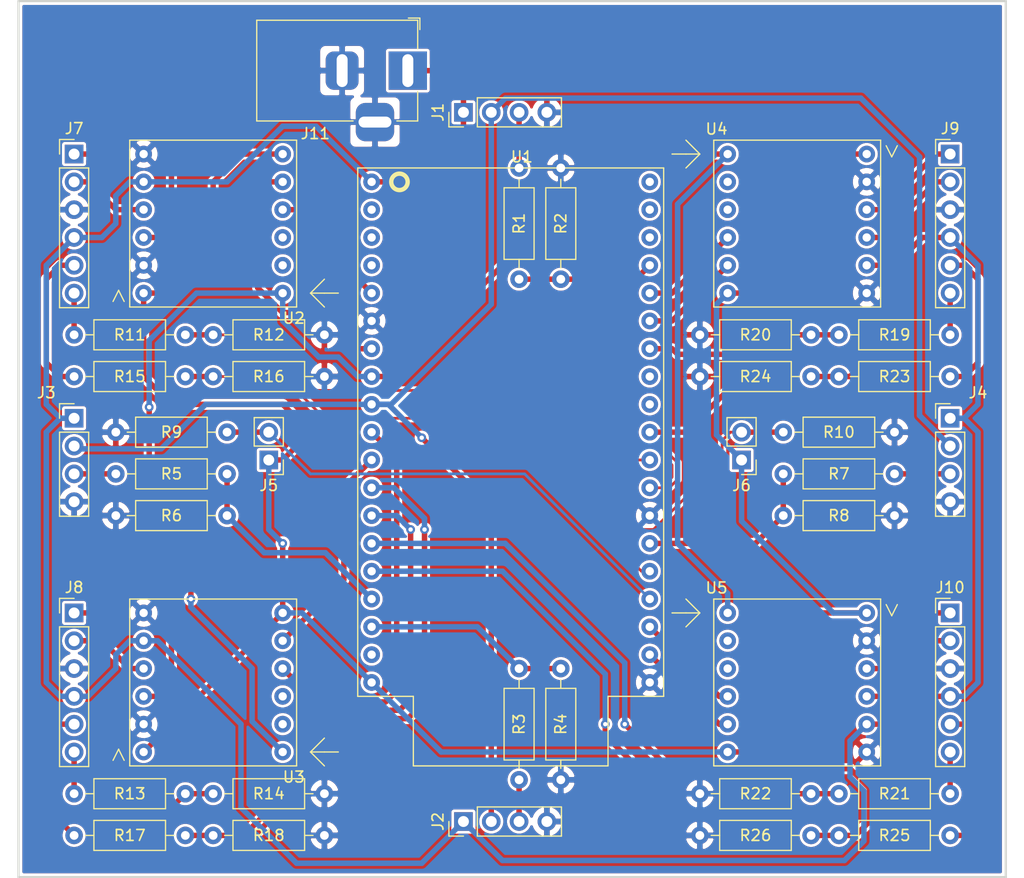
<source format=kicad_pcb>
(kicad_pcb (version 20171130) (host pcbnew "(5.1.9)-1")
  (layers (0 F.Cu signal) (31 B.Cu signal) (34 B.Paste user) (35 F.Paste user) (36 B.SilkS user) (37 F.SilkS user) (38 B.Mask user) (39 F.Mask user) (44 Edge.Cuts user))
  (net 0 "")
  (net 1 GND)
  (net 2 "Net-(J1-Pad3)")
  (net 3 TRIG_US)
  (net 4 +5V)
  (net 5 "Net-(J2-Pad3)")
  (net 6 "Net-(J3-Pad3)")
  (net 7 "Net-(J4-Pad3)")
  (net 8 +3V3)
  (net 9 Load_SW2)
  (net 10 Load_SW1)
  (net 11 "Net-(J7-Pad6)")
  (net 12 "Net-(J7-Pad5)")
  (net 13 MotorFLB)
  (net 14 MotorFLA)
  (net 15 "Net-(J8-Pad6)")
  (net 16 "Net-(J8-Pad5)")
  (net 17 MotorBLB)
  (net 18 MotorBLA)
  (net 19 MotorFRA)
  (net 20 MotorFRB)
  (net 21 "Net-(J9-Pad5)")
  (net 22 "Net-(J9-Pad6)")
  (net 23 MotorBRA)
  (net 24 MotorBRB)
  (net 25 "Net-(J10-Pad5)")
  (net 26 "Net-(J10-Pad6)")
  (net 27 Front_US)
  (net 28 Back_US)
  (net 29 Left_US)
  (net 30 Right_US)
  (net 31 Encoder_1_B)
  (net 32 Encoder_3_B)
  (net 33 Encoder_1_A)
  (net 34 Encoder_3_A)
  (net 35 Encoder_2_B)
  (net 36 Encoder_4_B)
  (net 37 Encoder_2_A)
  (net 38 Encoder_4_A)
  (net 39 "Net-(U1-Pad2)")
  (net 40 "Net-(U1-Pad3)")
  (net 41 "Net-(U1-Pad4)")
  (net 42 Motor_FL_PWM)
  (net 43 Motor_FL_DIR)
  (net 44 Motor_BR_PWM)
  (net 45 Motor_BR_DIR)
  (net 46 Motor_BL_PWM)
  (net 47 Motor_BL_DIR)
  (net 48 Motor_FR_PWM)
  (net 49 Motor_FR_DIR)
  (net 50 "Net-(U1-Pad18)")
  (net 51 "Net-(U1-Pad20)")
  (net 52 "Net-(U1-Pad21)")
  (net 53 "Net-(U1-Pad22)")
  (net 54 "Net-(U1-Pad27)")
  (net 55 "Net-(U1-Pad28)")
  (net 56 Motor_EN)
  (net 57 "Net-(U2-Pad3)")
  (net 58 "Net-(U2-Pad2)")
  (net 59 "Net-(U3-Pad2)")
  (net 60 "Net-(U3-Pad3)")
  (net 61 "Net-(U4-Pad3)")
  (net 62 "Net-(U4-Pad2)")
  (net 63 "Net-(U5-Pad2)")
  (net 64 "Net-(U5-Pad3)")
  (module ESP32-DEVKITC-32D:ESP32-DevKitC-V4-WROVER (layer F.Cu) (at 64.004 50.8)
    (fp_text reference U1 (at 14.99 -1.012) (layer F.SilkS))
    (fp_text value ESP32-DevKitc-V4-WROVER)
    (pad 38 thru_hole circle (at 26.67 46.99) (size 1.524 1.524) (drill 0.762) (layers *.Cu *.Mask) (net 1 GND))
    (pad 37 thru_hole circle (at 26.67 44.45) (size 1.524 1.524) (drill 0.762) (layers *.Cu *.Mask) (net 45 Motor_BR_DIR))
    (pad 36 thru_hole circle (at 26.67 41.91) (size 1.524 1.524) (drill 0.762) (layers *.Cu *.Mask) (net 44 Motor_BR_PWM))
    (pad 35 thru_hole circle (at 26.67 39.37) (size 1.524 1.524) (drill 0.762) (layers *.Cu *.Mask) (net 9 Load_SW2))
    (pad 34 thru_hole circle (at 26.67 36.83) (size 1.524 1.524) (drill 0.762) (layers *.Cu *.Mask) (net 10 Load_SW1))
    (pad 33 thru_hole circle (at 26.67 34.29) (size 1.524 1.524) (drill 0.762) (layers *.Cu *.Mask) (net 30 Right_US))
    (pad 32 thru_hole circle (at 26.67 31.75) (size 1.524 1.524) (drill 0.762) (layers *.Cu *.Mask) (net 1 GND))
    (pad 31 thru_hole circle (at 26.67 29.21) (size 1.524 1.524) (drill 0.762) (layers *.Cu *.Mask) (net 31 Encoder_1_B))
    (pad 30 thru_hole circle (at 26.67 26.67) (size 1.524 1.524) (drill 0.762) (layers *.Cu *.Mask) (net 33 Encoder_1_A))
    (pad 29 thru_hole circle (at 26.67 24.13) (size 1.524 1.524) (drill 0.762) (layers *.Cu *.Mask) (net 35 Encoder_2_B))
    (pad 28 thru_hole circle (at 26.67 21.59) (size 1.524 1.524) (drill 0.762) (layers *.Cu *.Mask) (net 55 "Net-(U1-Pad28)"))
    (pad 27 thru_hole circle (at 26.67 19.05) (size 1.524 1.524) (drill 0.762) (layers *.Cu *.Mask) (net 54 "Net-(U1-Pad27)"))
    (pad 26 thru_hole circle (at 26.67 16.51) (size 1.524 1.524) (drill 0.762) (layers *.Cu *.Mask) (net 37 Encoder_2_A))
    (pad 25 thru_hole circle (at 26.67 13.97) (size 1.524 1.524) (drill 0.762) (layers *.Cu *.Mask) (net 49 Motor_FR_DIR))
    (pad 24 thru_hole circle (at 26.67 11.43) (size 1.524 1.524) (drill 0.762) (layers *.Cu *.Mask) (net 48 Motor_FR_PWM))
    (pad 23 thru_hole circle (at 26.67 8.89) (size 1.524 1.524) (drill 0.762) (layers *.Cu *.Mask) (net 27 Front_US))
    (pad 22 thru_hole circle (at 26.67 6.35) (size 1.524 1.524) (drill 0.762) (layers *.Cu *.Mask) (net 53 "Net-(U1-Pad22)"))
    (pad 21 thru_hole circle (at 26.67 3.81) (size 1.524 1.524) (drill 0.762) (layers *.Cu *.Mask) (net 52 "Net-(U1-Pad21)"))
    (pad 20 thru_hole circle (at 26.67 1.27) (size 1.524 1.524) (drill 0.762) (layers *.Cu *.Mask) (net 51 "Net-(U1-Pad20)"))
    (pad 19 thru_hole circle (at 1.27 46.99) (size 1.524 1.524) (drill 0.762) (layers *.Cu *.Mask) (net 8 +3V3))
    (pad 18 thru_hole circle (at 1.27 44.45) (size 1.524 1.524) (drill 0.762) (layers *.Cu *.Mask) (net 50 "Net-(U1-Pad18)"))
    (pad 17 thru_hole circle (at 1.27 41.91) (size 1.524 1.524) (drill 0.762) (layers *.Cu *.Mask) (net 28 Back_US))
    (pad 16 thru_hole circle (at 1.27 39.37) (size 1.524 1.524) (drill 0.762) (layers *.Cu *.Mask) (net 29 Left_US))
    (pad 15 thru_hole circle (at 1.27 36.83) (size 1.524 1.524) (drill 0.762) (layers *.Cu *.Mask) (net 36 Encoder_4_B))
    (pad 14 thru_hole circle (at 1.27 34.29) (size 1.524 1.524) (drill 0.762) (layers *.Cu *.Mask) (net 38 Encoder_4_A))
    (pad 13 thru_hole circle (at 1.27 31.75) (size 1.524 1.524) (drill 0.762) (layers *.Cu *.Mask) (net 34 Encoder_3_A))
    (pad 12 thru_hole circle (at 1.27 29.21) (size 1.524 1.524) (drill 0.762) (layers *.Cu *.Mask) (net 32 Encoder_3_B))
    (pad 11 thru_hole circle (at 1.27 26.67) (size 1.524 1.524) (drill 0.762) (layers *.Cu *.Mask) (net 47 Motor_BL_DIR))
    (pad 10 thru_hole circle (at 1.27 24.13) (size 1.524 1.524) (drill 0.762) (layers *.Cu *.Mask) (net 46 Motor_BL_PWM))
    (pad 9 thru_hole circle (at 1.27 21.59) (size 1.524 1.524) (drill 0.762) (layers *.Cu *.Mask) (net 3 TRIG_US))
    (pad 8 thru_hole circle (at 1.27 19.05) (size 1.524 1.524) (drill 0.762) (layers *.Cu *.Mask) (net 56 Motor_EN))
    (pad 7 thru_hole circle (at 1.27 16.51) (size 1.524 1.524) (drill 0.762) (layers *.Cu *.Mask) (net 43 Motor_FL_DIR))
    (pad 6 thru_hole circle (at 1.27 13.97) (size 1.524 1.524) (drill 0.762) (layers *.Cu *.Mask) (net 1 GND))
    (pad 5 thru_hole circle (at 1.27 11.43) (size 1.524 1.524) (drill 0.762) (layers *.Cu *.Mask) (net 42 Motor_FL_PWM))
    (pad 4 thru_hole circle (at 1.27 8.89) (size 1.524 1.524) (drill 0.762) (layers *.Cu *.Mask) (net 41 "Net-(U1-Pad4)"))
    (pad 3 thru_hole circle (at 1.27 6.35) (size 1.524 1.524) (drill 0.762) (layers *.Cu *.Mask) (net 40 "Net-(U1-Pad3)"))
    (pad 2 thru_hole circle (at 1.27 3.81) (size 1.524 1.524) (drill 0.762) (layers *.Cu *.Mask) (net 39 "Net-(U1-Pad2)"))
    (pad 1 thru_hole circle (at 1.27 1.27) (size 1.524 1.524) (drill 0.762) (layers *.Cu *.Mask) (net 4 +5V))
  )
  (module Connector_BarrelJack:BarrelJack_Horizontal (layer F.Cu) (at 68.58 41.91)
    (fp_text reference J11 (at -8.45 5.75) (layer F.SilkS))
    (fp_text value Conn_01x03)
    (pad 3 thru_hole roundrect (at -3 4.7) (size 3.5 3.5) (drill oval 3 1) (layers *.Cu *.Mask) (net 1 GND))
    (pad 2 thru_hole roundrect (at -6 0) (size 3 3.5) (drill oval 1 3) (layers *.Cu *.Mask) (net 1 GND))
    (pad 1 thru_hole rect (at 0 0) (size 3.5 3.5) (drill oval 1 3) (layers *.Cu *.Mask) (net 4 +5V))
  )
  (module Connector_PinHeader_2.54mm:PinHeader_1x04_P2.54mm_Vertical (layer F.Cu) (at 73.66 45.72 90)
    (fp_text reference J1 (at 0 -2.33 90) (layer F.SilkS))
    (fp_text value Front_Sens)
    (pad 4 thru_hole oval (at 0 7.62 90) (size 1.7 1.7) (drill 1) (layers *.Cu *.Mask) (net 1 GND))
    (pad 3 thru_hole oval (at 0 5.08 90) (size 1.7 1.7) (drill 1) (layers *.Cu *.Mask) (net 2 "Net-(J1-Pad3)"))
    (pad 2 thru_hole oval (at 0 2.54 90) (size 1.7 1.7) (drill 1) (layers *.Cu *.Mask) (net 3 TRIG_US))
    (pad 1 thru_hole rect (at 0 0 90) (size 1.7 1.7) (drill 1) (layers *.Cu *.Mask) (net 4 +5V))
  )
  (module Connector_PinHeader_2.54mm:PinHeader_1x04_P2.54mm_Vertical (layer F.Cu) (at 73.66 110.49 90)
    (fp_text reference J2 (at 0 -2.33 90) (layer F.SilkS))
    (fp_text value Back_Sens)
    (pad 1 thru_hole rect (at 0 0 90) (size 1.7 1.7) (drill 1) (layers *.Cu *.Mask) (net 4 +5V))
    (pad 2 thru_hole oval (at 0 2.54 90) (size 1.7 1.7) (drill 1) (layers *.Cu *.Mask) (net 3 TRIG_US))
    (pad 3 thru_hole oval (at 0 5.08 90) (size 1.7 1.7) (drill 1) (layers *.Cu *.Mask) (net 5 "Net-(J2-Pad3)"))
    (pad 4 thru_hole oval (at 0 7.62 90) (size 1.7 1.7) (drill 1) (layers *.Cu *.Mask) (net 1 GND))
  )
  (module Connector_PinHeader_2.54mm:PinHeader_1x04_P2.54mm_Vertical (layer F.Cu) (at 38.1 73.66)
    (fp_text reference J3 (at -2.54 -2.33) (layer F.SilkS))
    (fp_text value Left_Sens)
    (pad 1 thru_hole rect (at 0 0) (size 1.7 1.7) (drill 1) (layers *.Cu *.Mask) (net 4 +5V))
    (pad 2 thru_hole oval (at 0 2.54) (size 1.7 1.7) (drill 1) (layers *.Cu *.Mask) (net 3 TRIG_US))
    (pad 3 thru_hole oval (at 0 5.08) (size 1.7 1.7) (drill 1) (layers *.Cu *.Mask) (net 6 "Net-(J3-Pad3)"))
    (pad 4 thru_hole oval (at 0 7.62) (size 1.7 1.7) (drill 1) (layers *.Cu *.Mask) (net 1 GND))
  )
  (module Connector_PinHeader_2.54mm:PinHeader_1x04_P2.54mm_Vertical (layer F.Cu) (at 118.11 73.66)
    (fp_text reference J4 (at 2.54 -2.33) (layer F.SilkS))
    (fp_text value Right_sens)
    (pad 4 thru_hole oval (at 0 7.62) (size 1.7 1.7) (drill 1) (layers *.Cu *.Mask) (net 1 GND))
    (pad 3 thru_hole oval (at 0 5.08) (size 1.7 1.7) (drill 1) (layers *.Cu *.Mask) (net 7 "Net-(J4-Pad3)"))
    (pad 2 thru_hole oval (at 0 2.54) (size 1.7 1.7) (drill 1) (layers *.Cu *.Mask) (net 3 TRIG_US))
    (pad 1 thru_hole rect (at 0 0) (size 1.7 1.7) (drill 1) (layers *.Cu *.Mask) (net 4 +5V))
  )
  (module Connector_PinHeader_2.54mm:PinHeader_1x02_P2.54mm_Vertical (layer F.Cu) (at 55.88 77.47 180)
    (fp_text reference J5 (at 0 -2.33) (layer F.SilkS))
    (fp_text value Conn_01x02_Male)
    (pad 1 thru_hole rect (at 0 0 180) (size 1.7 1.7) (drill 1) (layers *.Cu *.Mask) (net 8 +3V3))
    (pad 2 thru_hole oval (at 0 2.54 180) (size 1.7 1.7) (drill 1) (layers *.Cu *.Mask) (net 9 Load_SW2))
  )
  (module Connector_PinHeader_2.54mm:PinHeader_1x02_P2.54mm_Vertical (layer F.Cu) (at 99.06 77.47 180)
    (fp_text reference J6 (at 0 -2.33) (layer F.SilkS))
    (fp_text value Conn_01x02_Male)
    (pad 2 thru_hole oval (at 0 2.54 180) (size 1.7 1.7) (drill 1) (layers *.Cu *.Mask) (net 10 Load_SW1))
    (pad 1 thru_hole rect (at 0 0 180) (size 1.7 1.7) (drill 1) (layers *.Cu *.Mask) (net 8 +3V3))
  )
  (module Connector_PinHeader_2.54mm:PinHeader_1x06_P2.54mm_Vertical (layer F.Cu) (at 38.1 49.53)
    (fp_text reference J7 (at 0 -2.33) (layer F.SilkS))
    (fp_text value Conn_01x06_Male)
    (pad 6 thru_hole oval (at 0 12.7) (size 1.7 1.7) (drill 1) (layers *.Cu *.Mask) (net 11 "Net-(J7-Pad6)"))
    (pad 5 thru_hole oval (at 0 10.16) (size 1.7 1.7) (drill 1) (layers *.Cu *.Mask) (net 12 "Net-(J7-Pad5)"))
    (pad 4 thru_hole oval (at 0 7.62) (size 1.7 1.7) (drill 1) (layers *.Cu *.Mask) (net 4 +5V))
    (pad 3 thru_hole oval (at 0 5.08) (size 1.7 1.7) (drill 1) (layers *.Cu *.Mask) (net 1 GND))
    (pad 2 thru_hole oval (at 0 2.54) (size 1.7 1.7) (drill 1) (layers *.Cu *.Mask) (net 13 MotorFLB))
    (pad 1 thru_hole rect (at 0 0) (size 1.7 1.7) (drill 1) (layers *.Cu *.Mask) (net 14 MotorFLA))
  )
  (module Connector_PinHeader_2.54mm:PinHeader_1x06_P2.54mm_Vertical (layer F.Cu) (at 38.1 91.44)
    (fp_text reference J8 (at 0 -2.33) (layer F.SilkS))
    (fp_text value Conn_01x06_Male)
    (pad 6 thru_hole oval (at 0 12.7) (size 1.7 1.7) (drill 1) (layers *.Cu *.Mask) (net 15 "Net-(J8-Pad6)"))
    (pad 5 thru_hole oval (at 0 10.16) (size 1.7 1.7) (drill 1) (layers *.Cu *.Mask) (net 16 "Net-(J8-Pad5)"))
    (pad 4 thru_hole oval (at 0 7.62) (size 1.7 1.7) (drill 1) (layers *.Cu *.Mask) (net 4 +5V))
    (pad 3 thru_hole oval (at 0 5.08) (size 1.7 1.7) (drill 1) (layers *.Cu *.Mask) (net 1 GND))
    (pad 2 thru_hole oval (at 0 2.54) (size 1.7 1.7) (drill 1) (layers *.Cu *.Mask) (net 17 MotorBLB))
    (pad 1 thru_hole rect (at 0 0) (size 1.7 1.7) (drill 1) (layers *.Cu *.Mask) (net 18 MotorBLA))
  )
  (module Connector_PinHeader_2.54mm:PinHeader_1x06_P2.54mm_Vertical (layer F.Cu) (at 118.11 49.53)
    (fp_text reference J9 (at 0 -2.33) (layer F.SilkS))
    (fp_text value Conn_01x06_Male)
    (pad 1 thru_hole rect (at 0 0) (size 1.7 1.7) (drill 1) (layers *.Cu *.Mask) (net 19 MotorFRA))
    (pad 2 thru_hole oval (at 0 2.54) (size 1.7 1.7) (drill 1) (layers *.Cu *.Mask) (net 20 MotorFRB))
    (pad 3 thru_hole oval (at 0 5.08) (size 1.7 1.7) (drill 1) (layers *.Cu *.Mask) (net 1 GND))
    (pad 4 thru_hole oval (at 0 7.62) (size 1.7 1.7) (drill 1) (layers *.Cu *.Mask) (net 4 +5V))
    (pad 5 thru_hole oval (at 0 10.16) (size 1.7 1.7) (drill 1) (layers *.Cu *.Mask) (net 21 "Net-(J9-Pad5)"))
    (pad 6 thru_hole oval (at 0 12.7) (size 1.7 1.7) (drill 1) (layers *.Cu *.Mask) (net 22 "Net-(J9-Pad6)"))
  )
  (module Connector_PinHeader_2.54mm:PinHeader_1x06_P2.54mm_Vertical (layer F.Cu) (at 118.11 91.44)
    (fp_text reference J10 (at 0 -2.33) (layer F.SilkS))
    (fp_text value Conn_01x06_Male)
    (pad 1 thru_hole rect (at 0 0) (size 1.7 1.7) (drill 1) (layers *.Cu *.Mask) (net 23 MotorBRA))
    (pad 2 thru_hole oval (at 0 2.54) (size 1.7 1.7) (drill 1) (layers *.Cu *.Mask) (net 24 MotorBRB))
    (pad 3 thru_hole oval (at 0 5.08) (size 1.7 1.7) (drill 1) (layers *.Cu *.Mask) (net 1 GND))
    (pad 4 thru_hole oval (at 0 7.62) (size 1.7 1.7) (drill 1) (layers *.Cu *.Mask) (net 4 +5V))
    (pad 5 thru_hole oval (at 0 10.16) (size 1.7 1.7) (drill 1) (layers *.Cu *.Mask) (net 25 "Net-(J10-Pad5)"))
    (pad 6 thru_hole oval (at 0 12.7) (size 1.7 1.7) (drill 1) (layers *.Cu *.Mask) (net 26 "Net-(J10-Pad6)"))
  )
  (module Resistor_THT:R_Axial_DIN0207_L6.3mm_D2.5mm_P10.16mm_Horizontal (layer F.Cu) (at 78.74 50.8 270)
    (fp_text reference R1 (at 5.08 0 90) (layer F.SilkS))
    (fp_text value 1K)
    (pad 1 thru_hole circle (at 0 0 270) (size 1.6 1.6) (drill 0.8) (layers *.Cu *.Mask) (net 2 "Net-(J1-Pad3)"))
    (pad 2 thru_hole oval (at 10.16 0 270) (size 1.6 1.6) (drill 0.8) (layers *.Cu *.Mask) (net 27 Front_US))
  )
  (module Resistor_THT:R_Axial_DIN0207_L6.3mm_D2.5mm_P10.16mm_Horizontal (layer F.Cu) (at 82.55 60.96 90)
    (fp_text reference R2 (at 5.08 0 90) (layer F.SilkS))
    (fp_text value 1K8)
    (pad 2 thru_hole oval (at 10.16 0 90) (size 1.6 1.6) (drill 0.8) (layers *.Cu *.Mask) (net 1 GND))
    (pad 1 thru_hole circle (at 0 0 90) (size 1.6 1.6) (drill 0.8) (layers *.Cu *.Mask) (net 27 Front_US))
  )
  (module Resistor_THT:R_Axial_DIN0207_L6.3mm_D2.5mm_P10.16mm_Horizontal (layer F.Cu) (at 78.74 106.68 90)
    (fp_text reference R3 (at 5.08 0 90) (layer F.SilkS))
    (fp_text value 1K)
    (pad 1 thru_hole circle (at 0 0 90) (size 1.6 1.6) (drill 0.8) (layers *.Cu *.Mask) (net 5 "Net-(J2-Pad3)"))
    (pad 2 thru_hole oval (at 10.16 0 90) (size 1.6 1.6) (drill 0.8) (layers *.Cu *.Mask) (net 28 Back_US))
  )
  (module Resistor_THT:R_Axial_DIN0207_L6.3mm_D2.5mm_P10.16mm_Horizontal (layer F.Cu) (at 82.55 96.52 270)
    (fp_text reference R4 (at 5.08 0 90) (layer F.SilkS))
    (fp_text value 1K8)
    (pad 2 thru_hole oval (at 10.16 0 270) (size 1.6 1.6) (drill 0.8) (layers *.Cu *.Mask) (net 1 GND))
    (pad 1 thru_hole circle (at 0 0 270) (size 1.6 1.6) (drill 0.8) (layers *.Cu *.Mask) (net 28 Back_US))
  )
  (module Resistor_THT:R_Axial_DIN0207_L6.3mm_D2.5mm_P10.16mm_Horizontal (layer F.Cu) (at 41.91 78.74)
    (fp_text reference R5 (at 5.08 0) (layer F.SilkS))
    (fp_text value 1K)
    (pad 1 thru_hole circle (at 0 0) (size 1.6 1.6) (drill 0.8) (layers *.Cu *.Mask) (net 6 "Net-(J3-Pad3)"))
    (pad 2 thru_hole oval (at 10.16 0) (size 1.6 1.6) (drill 0.8) (layers *.Cu *.Mask) (net 29 Left_US))
  )
  (module Resistor_THT:R_Axial_DIN0207_L6.3mm_D2.5mm_P10.16mm_Horizontal (layer F.Cu) (at 52.07 82.55 180)
    (fp_text reference R6 (at 5.08 0) (layer F.SilkS))
    (fp_text value 1K8)
    (pad 2 thru_hole oval (at 10.16 0 180) (size 1.6 1.6) (drill 0.8) (layers *.Cu *.Mask) (net 1 GND))
    (pad 1 thru_hole circle (at 0 0 180) (size 1.6 1.6) (drill 0.8) (layers *.Cu *.Mask) (net 29 Left_US))
  )
  (module Resistor_THT:R_Axial_DIN0207_L6.3mm_D2.5mm_P10.16mm_Horizontal (layer F.Cu) (at 113.03 78.74 180)
    (fp_text reference R7 (at 5.08 0) (layer F.SilkS))
    (fp_text value 1K)
    (pad 1 thru_hole circle (at 0 0 180) (size 1.6 1.6) (drill 0.8) (layers *.Cu *.Mask) (net 7 "Net-(J4-Pad3)"))
    (pad 2 thru_hole oval (at 10.16 0 180) (size 1.6 1.6) (drill 0.8) (layers *.Cu *.Mask) (net 30 Right_US))
  )
  (module Resistor_THT:R_Axial_DIN0207_L6.3mm_D2.5mm_P10.16mm_Horizontal (layer F.Cu) (at 102.87 82.55)
    (fp_text reference R8 (at 5.08 0) (layer F.SilkS))
    (fp_text value 1K8)
    (pad 2 thru_hole oval (at 10.16 0) (size 1.6 1.6) (drill 0.8) (layers *.Cu *.Mask) (net 1 GND))
    (pad 1 thru_hole circle (at 0 0) (size 1.6 1.6) (drill 0.8) (layers *.Cu *.Mask) (net 30 Right_US))
  )
  (module Resistor_THT:R_Axial_DIN0207_L6.3mm_D2.5mm_P10.16mm_Horizontal (layer F.Cu) (at 52.07 74.93 180)
    (fp_text reference R9 (at 5.08 0) (layer F.SilkS))
    (fp_text value 10K)
    (pad 1 thru_hole circle (at 0 0 180) (size 1.6 1.6) (drill 0.8) (layers *.Cu *.Mask) (net 9 Load_SW2))
    (pad 2 thru_hole oval (at 10.16 0 180) (size 1.6 1.6) (drill 0.8) (layers *.Cu *.Mask) (net 1 GND))
  )
  (module Resistor_THT:R_Axial_DIN0207_L6.3mm_D2.5mm_P10.16mm_Horizontal (layer F.Cu) (at 102.87 74.93)
    (fp_text reference R10 (at 5.08 0) (layer F.SilkS))
    (fp_text value 10K)
    (pad 2 thru_hole oval (at 10.16 0) (size 1.6 1.6) (drill 0.8) (layers *.Cu *.Mask) (net 1 GND))
    (pad 1 thru_hole circle (at 0 0) (size 1.6 1.6) (drill 0.8) (layers *.Cu *.Mask) (net 10 Load_SW1))
  )
  (module Resistor_THT:R_Axial_DIN0207_L6.3mm_D2.5mm_P10.16mm_Horizontal (layer F.Cu) (at 38.1 66.04)
    (fp_text reference R11 (at 5.08 0) (layer F.SilkS))
    (fp_text value 1K)
    (pad 2 thru_hole oval (at 10.16 0) (size 1.6 1.6) (drill 0.8) (layers *.Cu *.Mask) (net 31 Encoder_1_B))
    (pad 1 thru_hole circle (at 0 0) (size 1.6 1.6) (drill 0.8) (layers *.Cu *.Mask) (net 11 "Net-(J7-Pad6)"))
  )
  (module Resistor_THT:R_Axial_DIN0207_L6.3mm_D2.5mm_P10.16mm_Horizontal (layer F.Cu) (at 50.8 66.04)
    (fp_text reference R12 (at 5.08 0) (layer F.SilkS))
    (fp_text value 1K8)
    (pad 2 thru_hole oval (at 10.16 0) (size 1.6 1.6) (drill 0.8) (layers *.Cu *.Mask) (net 1 GND))
    (pad 1 thru_hole circle (at 0 0) (size 1.6 1.6) (drill 0.8) (layers *.Cu *.Mask) (net 31 Encoder_1_B))
  )
  (module Resistor_THT:R_Axial_DIN0207_L6.3mm_D2.5mm_P10.16mm_Horizontal (layer F.Cu) (at 38.1 107.95)
    (fp_text reference R13 (at 5.08 0) (layer F.SilkS))
    (fp_text value 1K)
    (pad 2 thru_hole oval (at 10.16 0) (size 1.6 1.6) (drill 0.8) (layers *.Cu *.Mask) (net 32 Encoder_3_B))
    (pad 1 thru_hole circle (at 0 0) (size 1.6 1.6) (drill 0.8) (layers *.Cu *.Mask) (net 15 "Net-(J8-Pad6)"))
  )
  (module Resistor_THT:R_Axial_DIN0207_L6.3mm_D2.5mm_P10.16mm_Horizontal (layer F.Cu) (at 50.8 107.95)
    (fp_text reference R14 (at 5.08 0) (layer F.SilkS))
    (fp_text value 1K8)
    (pad 2 thru_hole oval (at 10.16 0) (size 1.6 1.6) (drill 0.8) (layers *.Cu *.Mask) (net 1 GND))
    (pad 1 thru_hole circle (at 0 0) (size 1.6 1.6) (drill 0.8) (layers *.Cu *.Mask) (net 32 Encoder_3_B))
  )
  (module Resistor_THT:R_Axial_DIN0207_L6.3mm_D2.5mm_P10.16mm_Horizontal (layer F.Cu) (at 38.1 69.85)
    (fp_text reference R15 (at 5.08 0) (layer F.SilkS))
    (fp_text value 1K)
    (pad 1 thru_hole circle (at 0 0) (size 1.6 1.6) (drill 0.8) (layers *.Cu *.Mask) (net 12 "Net-(J7-Pad5)"))
    (pad 2 thru_hole oval (at 10.16 0) (size 1.6 1.6) (drill 0.8) (layers *.Cu *.Mask) (net 33 Encoder_1_A))
  )
  (module Resistor_THT:R_Axial_DIN0207_L6.3mm_D2.5mm_P10.16mm_Horizontal (layer F.Cu) (at 50.8 69.85)
    (fp_text reference R16 (at 5.08 0) (layer F.SilkS))
    (fp_text value 1K8)
    (pad 1 thru_hole circle (at 0 0) (size 1.6 1.6) (drill 0.8) (layers *.Cu *.Mask) (net 33 Encoder_1_A))
    (pad 2 thru_hole oval (at 10.16 0) (size 1.6 1.6) (drill 0.8) (layers *.Cu *.Mask) (net 1 GND))
  )
  (module Resistor_THT:R_Axial_DIN0207_L6.3mm_D2.5mm_P10.16mm_Horizontal (layer F.Cu) (at 38.1 111.76)
    (fp_text reference R17 (at 5.08 0) (layer F.SilkS))
    (fp_text value 1K)
    (pad 1 thru_hole circle (at 0 0) (size 1.6 1.6) (drill 0.8) (layers *.Cu *.Mask) (net 16 "Net-(J8-Pad5)"))
    (pad 2 thru_hole oval (at 10.16 0) (size 1.6 1.6) (drill 0.8) (layers *.Cu *.Mask) (net 34 Encoder_3_A))
  )
  (module Resistor_THT:R_Axial_DIN0207_L6.3mm_D2.5mm_P10.16mm_Horizontal (layer F.Cu) (at 50.8 111.76)
    (fp_text reference R18 (at 5.08 0) (layer F.SilkS))
    (fp_text value 1K8)
    (pad 1 thru_hole circle (at 0 0) (size 1.6 1.6) (drill 0.8) (layers *.Cu *.Mask) (net 34 Encoder_3_A))
    (pad 2 thru_hole oval (at 10.16 0) (size 1.6 1.6) (drill 0.8) (layers *.Cu *.Mask) (net 1 GND))
  )
  (module Resistor_THT:R_Axial_DIN0207_L6.3mm_D2.5mm_P10.16mm_Horizontal (layer F.Cu) (at 118.11 66.04 180)
    (fp_text reference R19 (at 5.08 0) (layer F.SilkS))
    (fp_text value 1K)
    (pad 2 thru_hole oval (at 10.16 0 180) (size 1.6 1.6) (drill 0.8) (layers *.Cu *.Mask) (net 35 Encoder_2_B))
    (pad 1 thru_hole circle (at 0 0 180) (size 1.6 1.6) (drill 0.8) (layers *.Cu *.Mask) (net 22 "Net-(J9-Pad6)"))
  )
  (module Resistor_THT:R_Axial_DIN0207_L6.3mm_D2.5mm_P10.16mm_Horizontal (layer F.Cu) (at 105.41 66.04 180)
    (fp_text reference R20 (at 5.08 0) (layer F.SilkS))
    (fp_text value 1K8)
    (pad 2 thru_hole oval (at 10.16 0 180) (size 1.6 1.6) (drill 0.8) (layers *.Cu *.Mask) (net 1 GND))
    (pad 1 thru_hole circle (at 0 0 180) (size 1.6 1.6) (drill 0.8) (layers *.Cu *.Mask) (net 35 Encoder_2_B))
  )
  (module Resistor_THT:R_Axial_DIN0207_L6.3mm_D2.5mm_P10.16mm_Horizontal (layer F.Cu) (at 118.11 107.95 180)
    (fp_text reference R21 (at 5.08 0) (layer F.SilkS))
    (fp_text value 1K)
    (pad 2 thru_hole oval (at 10.16 0 180) (size 1.6 1.6) (drill 0.8) (layers *.Cu *.Mask) (net 36 Encoder_4_B))
    (pad 1 thru_hole circle (at 0 0 180) (size 1.6 1.6) (drill 0.8) (layers *.Cu *.Mask) (net 26 "Net-(J10-Pad6)"))
  )
  (module Resistor_THT:R_Axial_DIN0207_L6.3mm_D2.5mm_P10.16mm_Horizontal (layer F.Cu) (at 105.41 107.95 180)
    (fp_text reference R22 (at 5.08 0) (layer F.SilkS))
    (fp_text value 1K8)
    (pad 2 thru_hole oval (at 10.16 0 180) (size 1.6 1.6) (drill 0.8) (layers *.Cu *.Mask) (net 1 GND))
    (pad 1 thru_hole circle (at 0 0 180) (size 1.6 1.6) (drill 0.8) (layers *.Cu *.Mask) (net 36 Encoder_4_B))
  )
  (module Resistor_THT:R_Axial_DIN0207_L6.3mm_D2.5mm_P10.16mm_Horizontal (layer F.Cu) (at 118.11 69.85 180)
    (fp_text reference R23 (at 5.08 0) (layer F.SilkS))
    (fp_text value 1K)
    (pad 1 thru_hole circle (at 0 0 180) (size 1.6 1.6) (drill 0.8) (layers *.Cu *.Mask) (net 21 "Net-(J9-Pad5)"))
    (pad 2 thru_hole oval (at 10.16 0 180) (size 1.6 1.6) (drill 0.8) (layers *.Cu *.Mask) (net 37 Encoder_2_A))
  )
  (module Resistor_THT:R_Axial_DIN0207_L6.3mm_D2.5mm_P10.16mm_Horizontal (layer F.Cu) (at 105.41 69.85 180)
    (fp_text reference R24 (at 5.08 0) (layer F.SilkS))
    (fp_text value 1K8)
    (pad 1 thru_hole circle (at 0 0 180) (size 1.6 1.6) (drill 0.8) (layers *.Cu *.Mask) (net 37 Encoder_2_A))
    (pad 2 thru_hole oval (at 10.16 0 180) (size 1.6 1.6) (drill 0.8) (layers *.Cu *.Mask) (net 1 GND))
  )
  (module Resistor_THT:R_Axial_DIN0207_L6.3mm_D2.5mm_P10.16mm_Horizontal (layer F.Cu) (at 118.11 111.76 180)
    (fp_text reference R25 (at 5.08 0) (layer F.SilkS))
    (fp_text value 1K)
    (pad 1 thru_hole circle (at 0 0 180) (size 1.6 1.6) (drill 0.8) (layers *.Cu *.Mask) (net 25 "Net-(J10-Pad5)"))
    (pad 2 thru_hole oval (at 10.16 0 180) (size 1.6 1.6) (drill 0.8) (layers *.Cu *.Mask) (net 38 Encoder_4_A))
  )
  (module Resistor_THT:R_Axial_DIN0207_L6.3mm_D2.5mm_P10.16mm_Horizontal (layer F.Cu) (at 105.41 111.76 180)
    (fp_text reference R26 (at 5.08 0) (layer F.SilkS))
    (fp_text value 1K8)
    (pad 1 thru_hole circle (at 0 0 180) (size 1.6 1.6) (drill 0.8) (layers *.Cu *.Mask) (net 38 Encoder_4_A))
    (pad 2 thru_hole oval (at 10.16 0 180) (size 1.6 1.6) (drill 0.8) (layers *.Cu *.Mask) (net 1 GND))
  )
  (module Motor_driver:BD65496MUV_Carrier (layer F.Cu) (at 58.42 63.5 180)
    (fp_text reference U2 (at 0.254 -1.016) (layer F.SilkS))
    (fp_text value BD65496MUV)
    (pad 9 thru_hole circle (at 13.97 6.35 180) (size 1.524 1.524) (drill 0.762) (layers *.Cu *.Mask) (net 14 MotorFLA))
    (pad 12 thru_hole circle (at 13.97 13.97 180) (size 1.524 1.524) (drill 0.762) (layers *.Cu *.Mask) (net 1 GND))
    (pad 11 thru_hole circle (at 13.97 11.43 180) (size 1.524 1.524) (drill 0.762) (layers *.Cu *.Mask) (net 4 +5V))
    (pad 10 thru_hole circle (at 13.97 8.89 180) (size 1.524 1.524) (drill 0.762) (layers *.Cu *.Mask) (net 13 MotorFLB))
    (pad 8 thru_hole circle (at 13.97 3.81 180) (size 1.524 1.524) (drill 0.762) (layers *.Cu *.Mask) (net 1 GND))
    (pad 5 thru_hole circle (at 1.27 11.43 180) (size 1.524 1.524) (drill 0.762) (layers *.Cu *.Mask) (net 43 Motor_FL_DIR))
    (pad 4 thru_hole circle (at 1.27 8.89 180) (size 1.524 1.524) (drill 0.762) (layers *.Cu *.Mask) (net 42 Motor_FL_PWM))
    (pad 7 thru_hole circle (at 13.97 1.27 180) (size 1.524 1.524) (drill 0.762) (layers *.Cu *.Mask) (net 8 +3V3))
    (pad 6 thru_hole circle (at 1.27 13.97 180) (size 1.524 1.524) (drill 0.762) (layers *.Cu *.Mask) (net 8 +3V3))
    (pad 1 thru_hole circle (at 1.27 1.27 180) (size 1.524 1.524) (drill 0.762) (layers *.Cu *.Mask) (net 56 Motor_EN))
    (pad 3 thru_hole circle (at 1.27 6.35 180) (size 1.524 1.524) (drill 0.762) (layers *.Cu *.Mask) (net 57 "Net-(U2-Pad3)"))
    (pad 2 thru_hole circle (at 1.27 3.81 180) (size 1.524 1.524) (drill 0.762) (layers *.Cu *.Mask) (net 58 "Net-(U2-Pad2)"))
  )
  (module Motor_driver:BD65496MUV_Carrier (layer F.Cu) (at 58.42 105.41 180)
    (fp_text reference U3 (at 0.254 -1.016) (layer F.SilkS))
    (fp_text value BD65496MUV)
    (pad 2 thru_hole circle (at 1.27 3.81 180) (size 1.524 1.524) (drill 0.762) (layers *.Cu *.Mask) (net 59 "Net-(U3-Pad2)"))
    (pad 3 thru_hole circle (at 1.27 6.35 180) (size 1.524 1.524) (drill 0.762) (layers *.Cu *.Mask) (net 60 "Net-(U3-Pad3)"))
    (pad 1 thru_hole circle (at 1.27 1.27 180) (size 1.524 1.524) (drill 0.762) (layers *.Cu *.Mask) (net 56 Motor_EN))
    (pad 6 thru_hole circle (at 1.27 13.97 180) (size 1.524 1.524) (drill 0.762) (layers *.Cu *.Mask) (net 8 +3V3))
    (pad 7 thru_hole circle (at 13.97 1.27 180) (size 1.524 1.524) (drill 0.762) (layers *.Cu *.Mask) (net 8 +3V3))
    (pad 4 thru_hole circle (at 1.27 8.89 180) (size 1.524 1.524) (drill 0.762) (layers *.Cu *.Mask) (net 46 Motor_BL_PWM))
    (pad 5 thru_hole circle (at 1.27 11.43 180) (size 1.524 1.524) (drill 0.762) (layers *.Cu *.Mask) (net 47 Motor_BL_DIR))
    (pad 8 thru_hole circle (at 13.97 3.81 180) (size 1.524 1.524) (drill 0.762) (layers *.Cu *.Mask) (net 1 GND))
    (pad 10 thru_hole circle (at 13.97 8.89 180) (size 1.524 1.524) (drill 0.762) (layers *.Cu *.Mask) (net 17 MotorBLB))
    (pad 11 thru_hole circle (at 13.97 11.43 180) (size 1.524 1.524) (drill 0.762) (layers *.Cu *.Mask) (net 4 +5V))
    (pad 12 thru_hole circle (at 13.97 13.97 180) (size 1.524 1.524) (drill 0.762) (layers *.Cu *.Mask) (net 1 GND))
    (pad 9 thru_hole circle (at 13.97 6.35 180) (size 1.524 1.524) (drill 0.762) (layers *.Cu *.Mask) (net 18 MotorBLA))
  )
  (module Motor_driver:BD65496MUV_Carrier (layer F.Cu) (at 96.52 48.26)
    (fp_text reference U4 (at 0.254 -1.016) (layer F.SilkS))
    (fp_text value BD65496MUV)
    (pad 9 thru_hole circle (at 13.97 6.35) (size 1.524 1.524) (drill 0.762) (layers *.Cu *.Mask) (net 19 MotorFRA))
    (pad 12 thru_hole circle (at 13.97 13.97) (size 1.524 1.524) (drill 0.762) (layers *.Cu *.Mask) (net 1 GND))
    (pad 11 thru_hole circle (at 13.97 11.43) (size 1.524 1.524) (drill 0.762) (layers *.Cu *.Mask) (net 4 +5V))
    (pad 10 thru_hole circle (at 13.97 8.89) (size 1.524 1.524) (drill 0.762) (layers *.Cu *.Mask) (net 20 MotorFRB))
    (pad 8 thru_hole circle (at 13.97 3.81) (size 1.524 1.524) (drill 0.762) (layers *.Cu *.Mask) (net 1 GND))
    (pad 5 thru_hole circle (at 1.27 11.43) (size 1.524 1.524) (drill 0.762) (layers *.Cu *.Mask) (net 49 Motor_FR_DIR))
    (pad 4 thru_hole circle (at 1.27 8.89) (size 1.524 1.524) (drill 0.762) (layers *.Cu *.Mask) (net 48 Motor_FR_PWM))
    (pad 7 thru_hole circle (at 13.97 1.27) (size 1.524 1.524) (drill 0.762) (layers *.Cu *.Mask) (net 8 +3V3))
    (pad 6 thru_hole circle (at 1.27 13.97) (size 1.524 1.524) (drill 0.762) (layers *.Cu *.Mask) (net 8 +3V3))
    (pad 1 thru_hole circle (at 1.27 1.27) (size 1.524 1.524) (drill 0.762) (layers *.Cu *.Mask) (net 56 Motor_EN))
    (pad 3 thru_hole circle (at 1.27 6.35) (size 1.524 1.524) (drill 0.762) (layers *.Cu *.Mask) (net 61 "Net-(U4-Pad3)"))
    (pad 2 thru_hole circle (at 1.27 3.81) (size 1.524 1.524) (drill 0.762) (layers *.Cu *.Mask) (net 62 "Net-(U4-Pad2)"))
  )
  (module Motor_driver:BD65496MUV_Carrier (layer F.Cu) (at 96.52 90.17)
    (fp_text reference U5 (at 0.254 -1.016) (layer F.SilkS))
    (fp_text value BD65496MUV)
    (pad 2 thru_hole circle (at 1.27 3.81) (size 1.524 1.524) (drill 0.762) (layers *.Cu *.Mask) (net 63 "Net-(U5-Pad2)"))
    (pad 3 thru_hole circle (at 1.27 6.35) (size 1.524 1.524) (drill 0.762) (layers *.Cu *.Mask) (net 64 "Net-(U5-Pad3)"))
    (pad 1 thru_hole circle (at 1.27 1.27) (size 1.524 1.524) (drill 0.762) (layers *.Cu *.Mask) (net 56 Motor_EN))
    (pad 6 thru_hole circle (at 1.27 13.97) (size 1.524 1.524) (drill 0.762) (layers *.Cu *.Mask) (net 8 +3V3))
    (pad 7 thru_hole circle (at 13.97 1.27) (size 1.524 1.524) (drill 0.762) (layers *.Cu *.Mask) (net 8 +3V3))
    (pad 4 thru_hole circle (at 1.27 8.89) (size 1.524 1.524) (drill 0.762) (layers *.Cu *.Mask) (net 44 Motor_BR_PWM))
    (pad 5 thru_hole circle (at 1.27 11.43) (size 1.524 1.524) (drill 0.762) (layers *.Cu *.Mask) (net 45 Motor_BR_DIR))
    (pad 8 thru_hole circle (at 13.97 3.81) (size 1.524 1.524) (drill 0.762) (layers *.Cu *.Mask) (net 1 GND))
    (pad 10 thru_hole circle (at 13.97 8.89) (size 1.524 1.524) (drill 0.762) (layers *.Cu *.Mask) (net 24 MotorBRB))
    (pad 11 thru_hole circle (at 13.97 11.43) (size 1.524 1.524) (drill 0.762) (layers *.Cu *.Mask) (net 4 +5V))
    (pad 12 thru_hole circle (at 13.97 13.97) (size 1.524 1.524) (drill 0.762) (layers *.Cu *.Mask) (net 1 GND))
    (pad 9 thru_hole circle (at 13.97 6.35) (size 1.524 1.524) (drill 0.762) (layers *.Cu *.Mask) (net 23 MotorBRA))
  )
  (gr_line (start 123.19 35.56) (end 123.19 115.57) (layer Edge.Cuts) (width 0.2))
  (gr_line (start 33.02 35.56) (end 123.19 35.56) (layer Edge.Cuts) (width 0.2))
  (gr_line (start 33.02 115.57) (end 33.02 35.56) (layer Edge.Cuts) (width 0.2))
  (gr_line (start 123.19 115.57) (end 33.02 115.57) (layer Edge.Cuts) (width 0.2))
  (segment (start 78.74 45.72) (end 78.74 50.8) (width 0.5) (layer F.Cu) (net 2))
  (segment (start 77.500001 44.419999) (end 109.951999 44.419999) (width 0.5) (layer B.Cu) (net 3))
  (segment (start 76.2 45.72) (end 77.500001 44.419999) (width 0.5) (layer B.Cu) (net 3))
  (segment (start 109.951999 44.419999) (end 115.316 49.784) (width 0.5) (layer B.Cu) (net 3))
  (segment (start 115.316 73.406) (end 118.11 76.2) (width 0.5) (layer B.Cu) (net 3))
  (segment (start 115.316 49.784) (end 115.316 73.406) (width 0.5) (layer B.Cu) (net 3))
  (segment (start 50.110002 72.39) (end 65.274 72.39) (width 0.5) (layer B.Cu) (net 3))
  (segment (start 46.046002 76.454) (end 50.110002 72.39) (width 0.5) (layer B.Cu) (net 3))
  (segment (start 38.354 76.454) (end 46.046002 76.454) (width 0.5) (layer B.Cu) (net 3))
  (segment (start 38.1 76.2) (end 38.354 76.454) (width 0.5) (layer B.Cu) (net 3))
  (segment (start 76.2 63.246) (end 76.2 48.514) (width 0.5) (layer B.Cu) (net 3))
  (segment (start 76.2 48.514) (end 76.2 45.72) (width 0.5) (layer B.Cu) (net 3))
  (segment (start 67.056 72.39) (end 76.2 63.246) (width 0.5) (layer B.Cu) (net 3))
  (segment (start 65.274 72.39) (end 67.056 72.39) (width 0.5) (layer B.Cu) (net 3))
  (segment (start 76.2 110.49) (end 76.2 81.788) (width 0.5) (layer F.Cu) (net 3))
  (via (at 69.85 75.438) (size 0.8) (drill 0.4) (layers F.Cu B.Cu) (net 3))
  (segment (start 76.2 81.788) (end 69.85 75.438) (width 0.5) (layer F.Cu) (net 3))
  (segment (start 66.802 72.39) (end 65.274 72.39) (width 0.5) (layer B.Cu) (net 3))
  (segment (start 69.85 75.438) (end 66.802 72.39) (width 0.5) (layer B.Cu) (net 3))
  (segment (start 38.1 57.15) (end 40.64 57.15) (width 0.5) (layer B.Cu) (net 4))
  (segment (start 40.64 57.15) (end 41.91 55.88) (width 0.5) (layer B.Cu) (net 4))
  (segment (start 41.91 55.88) (end 41.91 53.34) (width 0.5) (layer B.Cu) (net 4))
  (segment (start 43.18 52.07) (end 44.45 52.07) (width 0.5) (layer B.Cu) (net 4))
  (segment (start 41.91 53.34) (end 43.18 52.07) (width 0.5) (layer B.Cu) (net 4))
  (segment (start 38.1 99.06) (end 39.37 99.06) (width 0.5) (layer B.Cu) (net 4))
  (segment (start 39.37 99.06) (end 41.91 96.52) (width 0.5) (layer B.Cu) (net 4))
  (segment (start 41.91 96.52) (end 41.91 95.25) (width 0.5) (layer B.Cu) (net 4))
  (segment (start 43.18 93.98) (end 44.45 93.98) (width 0.5) (layer B.Cu) (net 4))
  (segment (start 41.91 95.25) (end 43.18 93.98) (width 0.5) (layer B.Cu) (net 4))
  (segment (start 110.49 101.6) (end 113.03 101.6) (width 0.5) (layer F.Cu) (net 4))
  (segment (start 115.57 99.06) (end 118.11 99.06) (width 0.5) (layer F.Cu) (net 4))
  (segment (start 113.03 101.6) (end 115.57 99.06) (width 0.5) (layer F.Cu) (net 4))
  (segment (start 110.49 59.69) (end 113.03 59.69) (width 0.5) (layer F.Cu) (net 4))
  (segment (start 115.57 57.15) (end 118.11 57.15) (width 0.5) (layer F.Cu) (net 4))
  (segment (start 113.03 59.69) (end 115.57 57.15) (width 0.5) (layer F.Cu) (net 4))
  (segment (start 68.58 41.91) (end 71.12 41.91) (width 0.5) (layer F.Cu) (net 4))
  (segment (start 73.66 44.45) (end 73.66 45.72) (width 0.5) (layer F.Cu) (net 4))
  (segment (start 71.12 41.91) (end 73.66 44.45) (width 0.5) (layer F.Cu) (net 4))
  (segment (start 73.66 49.53) (end 73.66 45.72) (width 0.5) (layer F.Cu) (net 4))
  (segment (start 71.12 52.07) (end 73.66 49.53) (width 0.5) (layer F.Cu) (net 4))
  (segment (start 65.274 52.07) (end 71.12 52.07) (width 0.5) (layer F.Cu) (net 4))
  (segment (start 60.194 46.99) (end 65.274 52.07) (width 0.5) (layer B.Cu) (net 4))
  (segment (start 57.15 46.99) (end 60.194 46.99) (width 0.5) (layer B.Cu) (net 4))
  (segment (start 52.07 52.07) (end 57.15 46.99) (width 0.5) (layer B.Cu) (net 4))
  (segment (start 44.45 52.07) (end 52.07 52.07) (width 0.5) (layer B.Cu) (net 4))
  (segment (start 38.1 73.66) (end 36.83 73.66) (width 0.5) (layer B.Cu) (net 4))
  (segment (start 36.83 73.66) (end 35.56 72.39) (width 0.5) (layer B.Cu) (net 4))
  (segment (start 35.56 59.69) (end 38.1 57.15) (width 0.5) (layer B.Cu) (net 4))
  (segment (start 35.56 72.39) (end 35.56 59.69) (width 0.5) (layer B.Cu) (net 4))
  (segment (start 36.83 73.66) (end 35.56 74.93) (width 0.5) (layer B.Cu) (net 4))
  (segment (start 35.56 74.93) (end 35.56 97.79) (width 0.5) (layer B.Cu) (net 4))
  (segment (start 36.83 99.06) (end 38.1 99.06) (width 0.5) (layer B.Cu) (net 4))
  (segment (start 35.56 97.79) (end 36.83 99.06) (width 0.5) (layer B.Cu) (net 4))
  (segment (start 118.11 57.15) (end 120.65 59.69) (width 0.5) (layer B.Cu) (net 4))
  (segment (start 120.65 59.69) (end 120.65 72.39) (width 0.5) (layer B.Cu) (net 4))
  (segment (start 120.65 72.39) (end 119.38 73.66) (width 0.5) (layer B.Cu) (net 4))
  (segment (start 118.11 99.06) (end 119.38 99.06) (width 0.5) (layer B.Cu) (net 4))
  (segment (start 119.38 99.06) (end 120.65 97.79) (width 0.5) (layer B.Cu) (net 4))
  (segment (start 120.65 97.79) (end 120.65 74.93) (width 0.5) (layer B.Cu) (net 4))
  (segment (start 119.38 73.66) (end 118.11 73.66) (width 0.5) (layer B.Cu) (net 4))
  (segment (start 120.65 74.93) (end 119.38 73.66) (width 0.5) (layer B.Cu) (net 4))
  (segment (start 69.85 114.3) (end 73.66 110.49) (width 0.5) (layer B.Cu) (net 4))
  (segment (start 58.42 114.3) (end 69.85 114.3) (width 0.5) (layer B.Cu) (net 4))
  (segment (start 53.34 109.22) (end 58.42 114.3) (width 0.5) (layer B.Cu) (net 4))
  (segment (start 53.34 101.6) (end 53.34 109.22) (width 0.5) (layer B.Cu) (net 4))
  (segment (start 45.72 93.98) (end 53.34 101.6) (width 0.5) (layer B.Cu) (net 4))
  (segment (start 44.45 93.98) (end 45.72 93.98) (width 0.5) (layer B.Cu) (net 4))
  (segment (start 108.966 103.124) (end 110.49 101.6) (width 0.5) (layer B.Cu) (net 4))
  (segment (start 108.966 106.426) (end 108.966 103.124) (width 0.5) (layer B.Cu) (net 4))
  (segment (start 110.236 107.696) (end 108.966 106.426) (width 0.5) (layer B.Cu) (net 4))
  (segment (start 110.236 112.268) (end 110.236 107.696) (width 0.5) (layer B.Cu) (net 4))
  (segment (start 108.458 114.046) (end 110.236 112.268) (width 0.5) (layer B.Cu) (net 4))
  (segment (start 77.216 114.046) (end 108.458 114.046) (width 0.5) (layer B.Cu) (net 4))
  (segment (start 73.66 110.49) (end 77.216 114.046) (width 0.5) (layer B.Cu) (net 4))
  (segment (start 78.74 110.49) (end 78.74 106.68) (width 0.5) (layer F.Cu) (net 5))
  (segment (start 38.1 78.74) (end 41.91 78.74) (width 0.5) (layer F.Cu) (net 6))
  (segment (start 113.03 78.74) (end 118.11 78.74) (width 0.5) (layer F.Cu) (net 7))
  (segment (start 44.45 62.23) (end 45.72 62.23) (width 0.5) (layer F.Cu) (net 8))
  (segment (start 45.72 62.23) (end 50.8 57.15) (width 0.5) (layer F.Cu) (net 8))
  (segment (start 50.8 57.15) (end 50.8 52.07) (width 0.5) (layer F.Cu) (net 8))
  (segment (start 53.34 49.53) (end 57.15 49.53) (width 0.5) (layer F.Cu) (net 8))
  (segment (start 50.8 52.07) (end 53.34 49.53) (width 0.5) (layer F.Cu) (net 8))
  (segment (start 97.79 104.14) (end 100.33 104.14) (width 0.5) (layer F.Cu) (net 8))
  (segment (start 100.33 104.14) (end 104.14 100.33) (width 0.5) (layer F.Cu) (net 8))
  (segment (start 104.14 100.33) (end 104.14 92.71) (width 0.5) (layer F.Cu) (net 8))
  (segment (start 105.41 91.44) (end 110.49 91.44) (width 0.5) (layer F.Cu) (net 8))
  (segment (start 104.14 92.71) (end 105.41 91.44) (width 0.5) (layer F.Cu) (net 8))
  (segment (start 105.41 49.53) (end 110.49 49.53) (width 0.5) (layer F.Cu) (net 8))
  (segment (start 102.87 52.07) (end 105.41 49.53) (width 0.5) (layer F.Cu) (net 8))
  (segment (start 102.87 58.42) (end 102.87 52.07) (width 0.5) (layer F.Cu) (net 8))
  (segment (start 99.06 62.23) (end 102.87 58.42) (width 0.5) (layer F.Cu) (net 8))
  (segment (start 97.79 62.23) (end 99.06 62.23) (width 0.5) (layer F.Cu) (net 8))
  (segment (start 44.45 62.23) (end 44.45 69.85) (width 0.5) (layer F.Cu) (net 8))
  (segment (start 44.45 69.85) (end 46.99 72.39) (width 0.5) (layer F.Cu) (net 8))
  (segment (start 46.99 72.39) (end 57.15 72.39) (width 0.5) (layer F.Cu) (net 8))
  (segment (start 57.15 72.39) (end 58.42 73.66) (width 0.5) (layer F.Cu) (net 8))
  (segment (start 58.42 73.66) (end 58.42 76.2) (width 0.5) (layer F.Cu) (net 8))
  (segment (start 57.15 77.47) (end 55.88 77.47) (width 0.5) (layer F.Cu) (net 8))
  (segment (start 58.42 76.2) (end 57.15 77.47) (width 0.5) (layer F.Cu) (net 8))
  (segment (start 58.924 91.44) (end 65.274 97.79) (width 0.5) (layer B.Cu) (net 8))
  (segment (start 57.15 91.44) (end 58.924 91.44) (width 0.5) (layer B.Cu) (net 8))
  (segment (start 107.442 91.44) (end 110.49 91.44) (width 0.5) (layer B.Cu) (net 8))
  (segment (start 99.06 83.058) (end 107.442 91.44) (width 0.5) (layer B.Cu) (net 8))
  (segment (start 99.06 77.47) (end 99.06 83.058) (width 0.5) (layer B.Cu) (net 8))
  (segment (start 97.79 62.23) (end 96.774 63.246) (width 0.5) (layer B.Cu) (net 8))
  (segment (start 96.774 75.184) (end 99.06 77.47) (width 0.5) (layer B.Cu) (net 8))
  (segment (start 96.774 63.246) (end 96.774 75.184) (width 0.5) (layer B.Cu) (net 8))
  (segment (start 71.624 104.14) (end 97.79 104.14) (width 0.5) (layer B.Cu) (net 8))
  (segment (start 65.274 97.79) (end 71.624 104.14) (width 0.5) (layer B.Cu) (net 8))
  (segment (start 44.45 104.14) (end 52.324 96.266) (width 0.5) (layer F.Cu) (net 8))
  (segment (start 52.324 96.266) (end 57.15 91.44) (width 0.5) (layer F.Cu) (net 8))
  (via (at 57.15 85.09) (size 0.8) (drill 0.4) (layers F.Cu B.Cu) (net 8))
  (segment (start 57.15 91.44) (end 57.15 85.09) (width 0.5) (layer F.Cu) (net 8))
  (segment (start 55.88 77.47) (end 55.88 83.82) (width 0.5) (layer B.Cu) (net 8))
  (segment (start 55.88 83.82) (end 57.15 85.09) (width 0.5) (layer B.Cu) (net 8))
  (segment (start 52.07 74.93) (end 55.88 74.93) (width 0.5) (layer F.Cu) (net 9))
  (segment (start 59.69 78.74) (end 79.244 78.74) (width 0.25) (layer B.Cu) (net 9))
  (segment (start 79.244 78.74) (end 90.674 90.17) (width 0.25) (layer B.Cu) (net 9))
  (segment (start 55.88 74.93) (end 59.69 78.74) (width 0.25) (layer B.Cu) (net 9))
  (segment (start 99.06 74.93) (end 102.87 74.93) (width 0.5) (layer F.Cu) (net 10))
  (segment (start 98.044 74.93) (end 99.06 74.93) (width 0.25) (layer F.Cu) (net 10))
  (segment (start 97.282 75.692) (end 98.044 74.93) (width 0.25) (layer F.Cu) (net 10))
  (segment (start 91.012762 83.82) (end 97.282 77.550762) (width 0.25) (layer F.Cu) (net 10))
  (segment (start 89.916 83.82) (end 91.012762 83.82) (width 0.25) (layer F.Cu) (net 10))
  (segment (start 89.408 84.328) (end 89.916 83.82) (width 0.25) (layer F.Cu) (net 10))
  (segment (start 97.282 77.550762) (end 97.282 75.692) (width 0.25) (layer F.Cu) (net 10))
  (segment (start 89.408 87.122) (end 89.408 84.328) (width 0.25) (layer F.Cu) (net 10))
  (segment (start 89.916 87.63) (end 89.408 87.122) (width 0.25) (layer F.Cu) (net 10))
  (segment (start 90.674 87.63) (end 89.916 87.63) (width 0.25) (layer F.Cu) (net 10))
  (segment (start 38.1 62.23) (end 38.1 66.04) (width 0.5) (layer F.Cu) (net 11))
  (segment (start 38.1 59.69) (end 36.83 59.69) (width 0.5) (layer F.Cu) (net 12))
  (segment (start 36.83 59.69) (end 35.56 60.96) (width 0.5) (layer F.Cu) (net 12))
  (segment (start 35.56 60.96) (end 35.56 68.58) (width 0.5) (layer F.Cu) (net 12))
  (segment (start 36.83 69.85) (end 38.1 69.85) (width 0.5) (layer F.Cu) (net 12))
  (segment (start 35.56 68.58) (end 36.83 69.85) (width 0.5) (layer F.Cu) (net 12))
  (segment (start 38.1 52.07) (end 39.37 52.07) (width 0.5) (layer F.Cu) (net 13))
  (segment (start 41.91 54.61) (end 44.45 54.61) (width 0.5) (layer F.Cu) (net 13))
  (segment (start 39.37 52.07) (end 41.91 54.61) (width 0.5) (layer F.Cu) (net 13))
  (segment (start 38.1 49.53) (end 40.64 49.53) (width 0.5) (layer F.Cu) (net 14))
  (segment (start 40.64 49.53) (end 43.18 46.99) (width 0.5) (layer F.Cu) (net 14))
  (segment (start 43.18 46.99) (end 45.72 46.99) (width 0.5) (layer F.Cu) (net 14))
  (segment (start 45.72 46.99) (end 46.99 48.26) (width 0.5) (layer F.Cu) (net 14))
  (segment (start 46.99 48.26) (end 46.99 55.88) (width 0.5) (layer F.Cu) (net 14))
  (segment (start 45.72 57.15) (end 44.45 57.15) (width 0.5) (layer F.Cu) (net 14))
  (segment (start 46.99 55.88) (end 45.72 57.15) (width 0.5) (layer F.Cu) (net 14))
  (segment (start 38.1 104.14) (end 38.1 107.95) (width 0.5) (layer F.Cu) (net 15))
  (segment (start 38.1 101.6) (end 36.83 101.6) (width 0.5) (layer F.Cu) (net 16))
  (segment (start 36.83 101.6) (end 35.56 102.87) (width 0.5) (layer F.Cu) (net 16))
  (segment (start 35.56 109.22) (end 38.1 111.76) (width 0.5) (layer F.Cu) (net 16))
  (segment (start 35.56 102.87) (end 35.56 109.22) (width 0.5) (layer F.Cu) (net 16))
  (segment (start 43.18 96.52) (end 44.45 96.52) (width 0.5) (layer F.Cu) (net 17))
  (segment (start 40.64 93.98) (end 43.18 96.52) (width 0.5) (layer F.Cu) (net 17))
  (segment (start 38.1 93.98) (end 40.64 93.98) (width 0.5) (layer F.Cu) (net 17))
  (segment (start 38.1 91.44) (end 40.64 91.44) (width 0.5) (layer F.Cu) (net 18))
  (segment (start 40.64 91.44) (end 43.18 88.9) (width 0.5) (layer F.Cu) (net 18))
  (segment (start 43.18 88.9) (end 45.72 88.9) (width 0.5) (layer F.Cu) (net 18))
  (segment (start 45.72 88.9) (end 46.99 90.17) (width 0.5) (layer F.Cu) (net 18))
  (segment (start 46.99 90.17) (end 46.99 97.79) (width 0.5) (layer F.Cu) (net 18))
  (segment (start 46.99 97.79) (end 45.72 99.06) (width 0.5) (layer F.Cu) (net 18))
  (segment (start 45.72 99.06) (end 44.45 99.06) (width 0.5) (layer F.Cu) (net 18))
  (segment (start 110.49 54.61) (end 111.76 54.61) (width 0.5) (layer F.Cu) (net 19))
  (segment (start 111.76 54.61) (end 116.84 49.53) (width 0.5) (layer F.Cu) (net 19))
  (segment (start 116.84 49.53) (end 118.11 49.53) (width 0.5) (layer F.Cu) (net 19))
  (segment (start 110.49 57.15) (end 111.76 57.15) (width 0.5) (layer F.Cu) (net 20))
  (segment (start 116.84 52.07) (end 118.11 52.07) (width 0.5) (layer F.Cu) (net 20))
  (segment (start 111.76 57.15) (end 116.84 52.07) (width 0.5) (layer F.Cu) (net 20))
  (segment (start 118.11 69.85) (end 119.38 69.85) (width 0.5) (layer F.Cu) (net 21))
  (segment (start 119.38 69.85) (end 120.65 68.58) (width 0.5) (layer F.Cu) (net 21))
  (segment (start 120.65 68.58) (end 120.65 60.96) (width 0.5) (layer F.Cu) (net 21))
  (segment (start 119.38 59.69) (end 118.11 59.69) (width 0.5) (layer F.Cu) (net 21))
  (segment (start 120.65 60.96) (end 119.38 59.69) (width 0.5) (layer F.Cu) (net 21))
  (segment (start 118.11 62.23) (end 118.11 66.04) (width 0.5) (layer F.Cu) (net 22))
  (segment (start 110.49 96.52) (end 111.76 96.52) (width 0.5) (layer F.Cu) (net 23))
  (segment (start 111.76 96.52) (end 113.03 95.25) (width 0.5) (layer F.Cu) (net 23))
  (segment (start 113.03 95.25) (end 113.03 93.98) (width 0.5) (layer F.Cu) (net 23))
  (segment (start 115.57 91.44) (end 118.11 91.44) (width 0.5) (layer F.Cu) (net 23))
  (segment (start 113.03 93.98) (end 115.57 91.44) (width 0.5) (layer F.Cu) (net 23))
  (segment (start 110.49 99.06) (end 113.03 99.06) (width 0.5) (layer F.Cu) (net 24))
  (segment (start 113.03 99.06) (end 114.3 97.79) (width 0.5) (layer F.Cu) (net 24))
  (segment (start 114.3 97.79) (end 114.3 95.25) (width 0.5) (layer F.Cu) (net 24))
  (segment (start 115.57 93.98) (end 118.11 93.98) (width 0.5) (layer F.Cu) (net 24))
  (segment (start 114.3 95.25) (end 115.57 93.98) (width 0.5) (layer F.Cu) (net 24))
  (segment (start 118.11 111.76) (end 119.38 111.76) (width 0.5) (layer F.Cu) (net 25))
  (segment (start 119.38 111.76) (end 120.65 110.49) (width 0.5) (layer F.Cu) (net 25))
  (segment (start 120.65 110.49) (end 120.65 102.87) (width 0.5) (layer F.Cu) (net 25))
  (segment (start 119.38 101.6) (end 118.11 101.6) (width 0.5) (layer F.Cu) (net 25))
  (segment (start 120.65 102.87) (end 119.38 101.6) (width 0.5) (layer F.Cu) (net 25))
  (segment (start 118.11 104.14) (end 118.11 107.95) (width 0.5) (layer F.Cu) (net 26))
  (segment (start 78.74 60.96) (end 82.55 60.96) (width 0.5) (layer F.Cu) (net 27))
  (segment (start 89.404 60.96) (end 90.674 59.69) (width 0.5) (layer F.Cu) (net 27))
  (segment (start 82.55 60.96) (end 89.404 60.96) (width 0.5) (layer F.Cu) (net 27))
  (segment (start 78.74 96.52) (end 82.55 96.52) (width 0.5) (layer F.Cu) (net 28))
  (segment (start 74.93 92.71) (end 78.74 96.52) (width 0.5) (layer B.Cu) (net 28))
  (segment (start 65.274 92.71) (end 74.93 92.71) (width 0.5) (layer B.Cu) (net 28))
  (segment (start 52.07 78.74) (end 52.07 82.55) (width 0.5) (layer F.Cu) (net 29))
  (segment (start 55.460001 85.940001) (end 61.044001 85.940001) (width 0.5) (layer B.Cu) (net 29))
  (segment (start 61.044001 85.940001) (end 65.274 90.17) (width 0.5) (layer B.Cu) (net 29))
  (segment (start 52.07 82.55) (end 55.460001 85.940001) (width 0.5) (layer B.Cu) (net 29))
  (segment (start 102.87 78.74) (end 102.87 82.55) (width 0.5) (layer F.Cu) (net 30))
  (segment (start 100.33 85.09) (end 102.87 82.55) (width 0.5) (layer F.Cu) (net 30))
  (segment (start 90.674 85.09) (end 100.33 85.09) (width 0.5) (layer F.Cu) (net 30))
  (segment (start 48.26 66.04) (end 50.8 66.04) (width 0.5) (layer F.Cu) (net 31))
  (segment (start 92.456 80.01) (end 90.674 80.01) (width 0.25) (layer F.Cu) (net 31))
  (segment (start 93.218 79.248) (end 92.456 80.01) (width 0.25) (layer F.Cu) (net 31))
  (segment (start 93.218 77.724) (end 93.218 79.248) (width 0.25) (layer F.Cu) (net 31))
  (segment (start 91.694 76.2) (end 93.218 77.724) (width 0.25) (layer F.Cu) (net 31))
  (segment (start 83.312 76.2) (end 91.694 76.2) (width 0.25) (layer F.Cu) (net 31))
  (segment (start 78.232 71.12) (end 83.312 76.2) (width 0.25) (layer F.Cu) (net 31))
  (segment (start 60.198 71.12) (end 78.232 71.12) (width 0.25) (layer F.Cu) (net 31))
  (segment (start 55.118 66.04) (end 60.198 71.12) (width 0.25) (layer F.Cu) (net 31))
  (segment (start 50.8 66.04) (end 55.118 66.04) (width 0.25) (layer F.Cu) (net 31))
  (segment (start 48.26 107.95) (end 50.8 107.95) (width 0.5) (layer F.Cu) (net 32))
  (via (at 70.104 83.82) (size 0.8) (drill 0.4) (layers F.Cu B.Cu) (net 32))
  (segment (start 46.736 109.474) (end 46.736 112.268) (width 0.5) (layer F.Cu) (net 32))
  (segment (start 46.736 112.268) (end 47.752 113.284) (width 0.5) (layer F.Cu) (net 32))
  (segment (start 67.31 80.01) (end 70.104 82.804) (width 0.5) (layer B.Cu) (net 32))
  (segment (start 65.274 80.01) (end 67.31 80.01) (width 0.5) (layer B.Cu) (net 32))
  (segment (start 70.104 99.568) (end 70.104 83.82) (width 0.5) (layer F.Cu) (net 32))
  (segment (start 70.104 82.804) (end 70.104 83.82) (width 0.5) (layer B.Cu) (net 32))
  (segment (start 53.059962 113.284) (end 65.251962 101.092) (width 0.5) (layer F.Cu) (net 32))
  (segment (start 48.26 107.95) (end 46.736 109.474) (width 0.5) (layer F.Cu) (net 32))
  (segment (start 47.752 113.284) (end 53.059962 113.284) (width 0.5) (layer F.Cu) (net 32))
  (segment (start 65.251962 101.092) (end 68.58 101.092) (width 0.5) (layer F.Cu) (net 32))
  (segment (start 68.58 101.092) (end 70.104 99.568) (width 0.5) (layer F.Cu) (net 32))
  (segment (start 50.8 69.85) (end 48.26 69.85) (width 0.5) (layer F.Cu) (net 33))
  (segment (start 83.566 77.47) (end 90.674 77.47) (width 0.25) (layer F.Cu) (net 33))
  (segment (start 79.756 73.66) (end 83.566 77.47) (width 0.25) (layer F.Cu) (net 33))
  (segment (start 60.96 73.66) (end 79.756 73.66) (width 0.25) (layer F.Cu) (net 33))
  (segment (start 57.15 69.85) (end 60.96 73.66) (width 0.25) (layer F.Cu) (net 33))
  (segment (start 50.8 69.85) (end 57.15 69.85) (width 0.25) (layer F.Cu) (net 33))
  (segment (start 48.26 111.76) (end 50.8 111.76) (width 0.5) (layer F.Cu) (net 34))
  (via (at 68.834 83.82) (size 0.8) (drill 0.4) (layers F.Cu B.Cu) (net 34))
  (segment (start 50.8 111.76) (end 53.594 111.76) (width 0.5) (layer F.Cu) (net 34))
  (segment (start 53.594 111.76) (end 65.024 100.33) (width 0.5) (layer F.Cu) (net 34))
  (segment (start 65.024 100.33) (end 67.818 100.33) (width 0.5) (layer F.Cu) (net 34))
  (segment (start 68.834 99.314) (end 68.834 83.82) (width 0.5) (layer F.Cu) (net 34))
  (segment (start 67.818 100.33) (end 68.834 99.314) (width 0.5) (layer F.Cu) (net 34))
  (segment (start 65.274 82.55) (end 67.564 82.55) (width 0.5) (layer B.Cu) (net 34))
  (segment (start 67.564 82.55) (end 68.834 83.82) (width 0.5) (layer B.Cu) (net 34))
  (segment (start 105.41 66.04) (end 107.95 66.04) (width 0.5) (layer F.Cu) (net 35))
  (segment (start 90.674 74.93) (end 93.98 74.93) (width 0.5) (layer F.Cu) (net 35))
  (segment (start 102.87 66.04) (end 105.41 66.04) (width 0.5) (layer F.Cu) (net 35))
  (segment (start 93.98 74.93) (end 102.87 66.04) (width 0.5) (layer F.Cu) (net 35))
  (segment (start 105.41 107.95) (end 107.95 107.95) (width 0.5) (layer F.Cu) (net 36))
  (segment (start 65.274 87.63) (end 77.216 87.63) (width 0.5) (layer B.Cu) (net 36))
  (via (at 86.614 101.6) (size 0.8) (drill 0.4) (layers F.Cu B.Cu) (net 36))
  (segment (start 86.614 97.028) (end 86.614 101.6) (width 0.5) (layer B.Cu) (net 36))
  (segment (start 77.216 87.63) (end 86.614 97.028) (width 0.5) (layer B.Cu) (net 36))
  (segment (start 86.614 102.616) (end 86.614 101.6) (width 0.5) (layer F.Cu) (net 36))
  (segment (start 93.726 109.728) (end 86.614 102.616) (width 0.5) (layer F.Cu) (net 36))
  (segment (start 100.838 109.728) (end 93.726 109.728) (width 0.5) (layer F.Cu) (net 36))
  (segment (start 102.616 107.95) (end 100.838 109.728) (width 0.5) (layer F.Cu) (net 36))
  (segment (start 105.41 107.95) (end 102.616 107.95) (width 0.5) (layer F.Cu) (net 36))
  (segment (start 105.41 69.85) (end 107.95 69.85) (width 0.5) (layer F.Cu) (net 37))
  (segment (start 92.71 67.31) (end 90.674 67.31) (width 0.5) (layer F.Cu) (net 37))
  (segment (start 93.218 67.818) (end 92.71 67.31) (width 0.5) (layer F.Cu) (net 37))
  (segment (start 98.552 67.818) (end 93.218 67.818) (width 0.5) (layer F.Cu) (net 37))
  (segment (start 108.712 64.262) (end 102.108 64.262) (width 0.5) (layer F.Cu) (net 37))
  (segment (start 110.236 65.786) (end 108.712 64.262) (width 0.5) (layer F.Cu) (net 37))
  (segment (start 102.108 64.262) (end 98.552 67.818) (width 0.5) (layer F.Cu) (net 37))
  (segment (start 110.236 68.58) (end 110.236 65.786) (width 0.5) (layer F.Cu) (net 37))
  (segment (start 108.966 69.85) (end 110.236 68.58) (width 0.5) (layer F.Cu) (net 37))
  (segment (start 107.95 69.85) (end 108.966 69.85) (width 0.5) (layer F.Cu) (net 37))
  (segment (start 107.95 111.76) (end 105.41 111.76) (width 0.5) (layer F.Cu) (net 38))
  (via (at 88.392 101.6) (size 0.8) (drill 0.4) (layers F.Cu B.Cu) (net 38))
  (segment (start 88.392 96.012) (end 88.392 101.6) (width 0.5) (layer B.Cu) (net 38))
  (segment (start 77.47 85.09) (end 88.392 96.012) (width 0.5) (layer B.Cu) (net 38))
  (segment (start 65.274 85.09) (end 77.47 85.09) (width 0.5) (layer B.Cu) (net 38))
  (segment (start 108.966 105.664) (end 92.456 105.664) (width 0.5) (layer F.Cu) (net 38))
  (segment (start 92.456 105.664) (end 88.392 101.6) (width 0.5) (layer F.Cu) (net 38))
  (segment (start 110.744 107.442) (end 108.966 105.664) (width 0.5) (layer F.Cu) (net 38))
  (segment (start 110.744 110.49) (end 110.744 107.442) (width 0.5) (layer F.Cu) (net 38))
  (segment (start 109.474 111.76) (end 110.744 110.49) (width 0.5) (layer F.Cu) (net 38))
  (segment (start 107.95 111.76) (end 109.474 111.76) (width 0.5) (layer F.Cu) (net 38))
  (segment (start 57.15 54.61) (end 58.674 54.61) (width 0.5) (layer F.Cu) (net 42))
  (segment (start 58.674 54.61) (end 62.23 58.166) (width 0.5) (layer F.Cu) (net 42))
  (segment (start 62.23 59.186) (end 65.274 62.23) (width 0.5) (layer F.Cu) (net 42))
  (segment (start 62.23 58.166) (end 62.23 59.186) (width 0.5) (layer F.Cu) (net 42))
  (segment (start 57.15 52.07) (end 55.626 52.07) (width 0.5) (layer F.Cu) (net 43))
  (segment (start 55.626 52.07) (end 54.864 52.832) (width 0.5) (layer F.Cu) (net 43))
  (segment (start 54.864 61.737762) (end 57.134238 64.008) (width 0.5) (layer F.Cu) (net 43))
  (segment (start 54.864 52.832) (end 54.864 61.737762) (width 0.5) (layer F.Cu) (net 43))
  (segment (start 57.134238 64.008) (end 61.722 64.008) (width 0.5) (layer F.Cu) (net 43))
  (segment (start 61.722 64.008) (end 63.5 65.786) (width 0.5) (layer F.Cu) (net 43))
  (segment (start 63.5 65.786) (end 63.5 66.802) (width 0.5) (layer F.Cu) (net 43))
  (segment (start 64.008 67.31) (end 65.274 67.31) (width 0.5) (layer F.Cu) (net 43))
  (segment (start 63.5 66.802) (end 64.008 67.31) (width 0.5) (layer F.Cu) (net 43))
  (segment (start 97.024 99.06) (end 97.79 99.06) (width 0.5) (layer F.Cu) (net 44))
  (segment (start 90.674 92.71) (end 97.024 99.06) (width 0.5) (layer F.Cu) (net 44))
  (segment (start 97.024 101.6) (end 97.79 101.6) (width 0.5) (layer F.Cu) (net 45))
  (segment (start 90.674 95.25) (end 97.024 101.6) (width 0.5) (layer F.Cu) (net 45))
  (segment (start 65.274 74.93) (end 67.564 77.22) (width 0.5) (layer F.Cu) (net 46))
  (segment (start 67.564 77.22) (end 67.564 98.552) (width 0.5) (layer F.Cu) (net 46))
  (segment (start 67.564 98.552) (end 66.548 99.568) (width 0.5) (layer F.Cu) (net 46))
  (segment (start 66.548 99.568) (end 62.738 99.568) (width 0.5) (layer F.Cu) (net 46))
  (segment (start 62.738 99.568) (end 60.96 97.79) (width 0.5) (layer F.Cu) (net 46))
  (segment (start 58.42 97.79) (end 57.15 96.52) (width 0.5) (layer F.Cu) (net 46))
  (segment (start 60.96 97.79) (end 58.42 97.79) (width 0.5) (layer F.Cu) (net 46))
  (segment (start 62.738 80.006) (end 65.274 77.47) (width 0.5) (layer F.Cu) (net 47))
  (segment (start 62.738 88.392) (end 62.738 80.006) (width 0.5) (layer F.Cu) (net 47))
  (segment (start 57.15 93.98) (end 62.738 88.392) (width 0.5) (layer F.Cu) (net 47))
  (segment (start 92.71 62.23) (end 97.79 57.15) (width 0.5) (layer F.Cu) (net 48))
  (segment (start 90.674 62.23) (end 92.71 62.23) (width 0.5) (layer F.Cu) (net 48))
  (segment (start 92.71 64.77) (end 90.674 64.77) (width 0.5) (layer F.Cu) (net 49))
  (segment (start 97.79 59.69) (end 92.71 64.77) (width 0.5) (layer F.Cu) (net 49))
  (via (at 44.958 72.644) (size 0.8) (drill 0.4) (layers F.Cu B.Cu) (net 56))
  (segment (start 49.276 62.23) (end 57.15 62.23) (width 0.5) (layer B.Cu) (net 56))
  (segment (start 44.958 66.548) (end 49.276 62.23) (width 0.5) (layer B.Cu) (net 56))
  (segment (start 44.958 72.644) (end 44.958 66.548) (width 0.5) (layer B.Cu) (net 56))
  (segment (start 97.79 49.53) (end 93.218 54.102) (width 0.5) (layer B.Cu) (net 56))
  (segment (start 93.218 54.102) (end 93.218 85.09) (width 0.5) (layer B.Cu) (net 56))
  (segment (start 97.79 89.662) (end 97.79 91.44) (width 0.5) (layer B.Cu) (net 56))
  (segment (start 93.218 85.09) (end 97.79 89.662) (width 0.5) (layer B.Cu) (net 56))
  (segment (start 54.356 101.346) (end 57.15 104.14) (width 0.5) (layer B.Cu) (net 56))
  (segment (start 44.958 77.288002) (end 44.958 72.644) (width 0.5) (layer F.Cu) (net 56))
  (segment (start 48.768 81.098002) (end 44.958 77.288002) (width 0.5) (layer F.Cu) (net 56))
  (segment (start 48.768 90.17) (end 48.768 81.098002) (width 0.5) (layer F.Cu) (net 56))
  (via (at 48.768 90.17) (size 0.8) (drill 0.4) (layers F.Cu B.Cu) (net 56))
  (segment (start 54.356 96.508002) (end 54.356 100.33) (width 0.5) (layer B.Cu) (net 56))
  (segment (start 48.768 90.920002) (end 54.356 96.508002) (width 0.5) (layer B.Cu) (net 56))
  (segment (start 48.768 90.17) (end 48.768 90.920002) (width 0.5) (layer B.Cu) (net 56))
  (segment (start 54.356 100.33) (end 54.356 101.346) (width 0.5) (layer B.Cu) (net 56))
  (segment (start 64.008 69.85) (end 65.274 69.85) (width 0.5) (layer B.Cu) (net 56))
  (segment (start 62.23 68.072) (end 64.008 69.85) (width 0.5) (layer B.Cu) (net 56))
  (segment (start 60.452 68.072) (end 62.23 68.072) (width 0.5) (layer B.Cu) (net 56))
  (segment (start 57.15 64.77) (end 60.452 68.072) (width 0.5) (layer B.Cu) (net 56))
  (segment (start 57.15 62.23) (end 57.15 64.77) (width 0.5) (layer B.Cu) (net 56))
  (segment (start 87.376 49.53) (end 97.79 49.53) (width 0.5) (layer F.Cu) (net 56))
  (segment (start 67.056 69.85) (end 87.376 49.53) (width 0.5) (layer F.Cu) (net 56))
  (segment (start 65.274 69.85) (end 67.056 69.85) (width 0.5) (layer F.Cu) (net 56))
  (zone (net 1) (net_name GND) (layer F.Cu) (connect_pads (clearance 0.254)) (min_thickness 0.254) (fill yes (arc_segments 32) (thermal_gap 0.508) (thermal_bridge_width 0.508))
    (polygon (pts (xy 123.19 115.57) (xy 33.02 115.57) (xy 33.02 35.56) (xy 123.19 35.56)))
  )
  (zone (net 1) (net_name GND) (layer B.Cu) (connect_pads (clearance 0.254)) (min_thickness 0.254) (fill yes (arc_segments 32) (thermal_gap 0.508) (thermal_bridge_width 0.508))
    (polygon (pts (xy 123.19 115.57) (xy 33.02 115.57) (xy 33.02 35.56) (xy 123.19 35.56)))
  )
)
</source>
